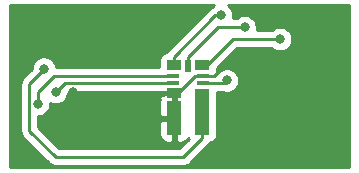
<source format=gtl>
%TF.GenerationSoftware,KiCad,Pcbnew,(5.1.10)-1*%
%TF.CreationDate,2021-11-11T19:08:29-05:00*%
%TF.ProjectId,MPPT Chip,4d505054-2043-4686-9970-2e6b69636164,v01*%
%TF.SameCoordinates,Original*%
%TF.FileFunction,Copper,L1,Top*%
%TF.FilePolarity,Positive*%
%FSLAX46Y46*%
G04 Gerber Fmt 4.6, Leading zero omitted, Abs format (unit mm)*
G04 Created by KiCad (PCBNEW (5.1.10)-1) date 2021-11-11 19:08:29*
%MOMM*%
%LPD*%
G01*
G04 APERTURE LIST*
%TA.AperFunction,SMDPad,CuDef*%
%ADD10R,1.213000X0.962000*%
%TD*%
%TA.AperFunction,SMDPad,CuDef*%
%ADD11R,0.625000X1.038000*%
%TD*%
%TA.AperFunction,SMDPad,CuDef*%
%ADD12R,1.038000X0.325000*%
%TD*%
%TA.AperFunction,SMDPad,CuDef*%
%ADD13R,1.213000X0.825000*%
%TD*%
%TA.AperFunction,SMDPad,CuDef*%
%ADD14R,1.213000X2.862999*%
%TD*%
%TA.AperFunction,SMDPad,CuDef*%
%ADD15R,1.213000X3.963000*%
%TD*%
%TA.AperFunction,ViaPad*%
%ADD16C,0.800000*%
%TD*%
%TA.AperFunction,Conductor*%
%ADD17C,0.250000*%
%TD*%
%TA.AperFunction,Conductor*%
%ADD18C,0.254000*%
%TD*%
%TA.AperFunction,Conductor*%
%ADD19C,0.100000*%
%TD*%
G04 APERTURE END LIST*
D10*
%TO.P,U0,10*%
%TO.N,Net-(J1-Pad10)*%
X74526500Y-95711000D03*
%TO.P,U0,8*%
%TO.N,Net-(J1-Pad8)*%
X76914500Y-95711000D03*
D11*
%TO.P,U0,9*%
%TO.N,Net-(J1-Pad9)*%
X75720500Y-95749000D03*
D12*
%TO.P,U0,1*%
%TO.N,Net-(J1-Pad1)*%
X74439000Y-96629500D03*
%TO.P,U0,2*%
%TO.N,Net-(J1-Pad2)*%
X74439000Y-97229500D03*
%TO.P,U0,7*%
%TO.N,GND*%
X77001000Y-96629500D03*
%TO.P,U0,6*%
%TO.N,Net-(J1-Pad6)*%
X77001000Y-97229500D03*
D13*
%TO.P,U0,3*%
%TO.N,GND*%
X74526500Y-98079500D03*
D14*
%TO.P,U0,4*%
X74526500Y-100198500D03*
D15*
%TO.P,U0,5*%
%TO.N,Net-(J1-Pad5)*%
X76913500Y-99648500D03*
%TD*%
D16*
%TO.N,Net-(J1-Pad1)*%
X63000000Y-99000000D03*
%TO.N,Net-(J1-Pad10)*%
X78500000Y-91500000D03*
%TO.N,Net-(J1-Pad9)*%
X80500000Y-92500000D03*
%TO.N,Net-(J1-Pad2)*%
X64500000Y-98000000D03*
%TO.N,GND*%
X66000000Y-98000000D03*
X72500000Y-99500000D03*
X84500000Y-95000000D03*
%TO.N,Net-(J1-Pad5)*%
X63500000Y-96000000D03*
%TO.N,Net-(J1-Pad8)*%
X83500000Y-93500000D03*
%TO.N,Net-(J1-Pad6)*%
X79000000Y-97000000D03*
%TD*%
D17*
%TO.N,Net-(J1-Pad1)*%
X74439000Y-96629500D02*
X64370500Y-96629500D01*
X63000000Y-98000000D02*
X63000000Y-99000000D01*
X64370500Y-96629500D02*
X63000000Y-98000000D01*
%TO.N,Net-(J1-Pad10)*%
X74526500Y-94980000D02*
X78006500Y-91500000D01*
X74526500Y-95711000D02*
X74526500Y-94980000D01*
X78006500Y-91500000D02*
X78500000Y-91500000D01*
%TO.N,Net-(J1-Pad9)*%
X78200500Y-92500000D02*
X80500000Y-92500000D01*
X75720500Y-94980000D02*
X78200500Y-92500000D01*
X75720500Y-95749000D02*
X75720500Y-94980000D01*
%TO.N,Net-(J1-Pad2)*%
X74439000Y-97229500D02*
X65270500Y-97229500D01*
X65270500Y-97229500D02*
X64500000Y-98000000D01*
%TO.N,GND*%
X66079500Y-98079500D02*
X66000000Y-98000000D01*
X74526500Y-98079500D02*
X66079500Y-98079500D01*
X74526500Y-100198500D02*
X73198500Y-100198500D01*
X73198500Y-100198500D02*
X72500000Y-99500000D01*
X77001000Y-96629500D02*
X77870500Y-96629500D01*
X77870500Y-96629500D02*
X79000000Y-95500000D01*
X79000000Y-95500000D02*
X80000000Y-94500000D01*
X80000000Y-94500000D02*
X82500000Y-94500000D01*
X84000000Y-94500000D02*
X84500000Y-95000000D01*
X82500000Y-94500000D02*
X84000000Y-94500000D01*
X76334498Y-96629500D02*
X77001000Y-96629500D01*
X74884498Y-98079500D02*
X76334498Y-96629500D01*
X74526500Y-98079500D02*
X74884498Y-98079500D01*
X74526500Y-100198500D02*
X74526500Y-98079500D01*
%TO.N,Net-(J1-Pad5)*%
X76913500Y-101880000D02*
X75293500Y-103500000D01*
X76913500Y-99648500D02*
X76913500Y-101880000D01*
X75293500Y-103500000D02*
X64500000Y-103500000D01*
X62274999Y-101274999D02*
X62274999Y-97274999D01*
X64500000Y-103500000D02*
X62274999Y-101274999D01*
X63500000Y-96049998D02*
X63500000Y-96000000D01*
X62274999Y-97274999D02*
X63500000Y-96049998D01*
%TO.N,Net-(J1-Pad8)*%
X76914500Y-95711000D02*
X77289000Y-95711000D01*
X79500000Y-93500000D02*
X83500000Y-93500000D01*
X77289000Y-95711000D02*
X79500000Y-93500000D01*
%TO.N,Net-(J1-Pad6)*%
X78770500Y-97229500D02*
X79000000Y-97000000D01*
X77001000Y-97229500D02*
X78770500Y-97229500D01*
%TD*%
D18*
%TO.N,GND*%
X77840226Y-90696063D02*
X77753845Y-90782444D01*
X77714253Y-90794454D01*
X77582224Y-90865026D01*
X77466499Y-90959999D01*
X77442701Y-90988997D01*
X74015498Y-94416201D01*
X73986500Y-94439999D01*
X73962702Y-94468997D01*
X73962701Y-94468998D01*
X73891526Y-94555724D01*
X73869517Y-94596900D01*
X73795518Y-94604188D01*
X73675820Y-94640498D01*
X73565506Y-94699463D01*
X73468815Y-94778815D01*
X73389463Y-94875506D01*
X73330498Y-94985820D01*
X73294188Y-95105518D01*
X73281928Y-95230000D01*
X73281928Y-95869500D01*
X64529319Y-95869500D01*
X64495226Y-95698102D01*
X64417205Y-95509744D01*
X64303937Y-95340226D01*
X64159774Y-95196063D01*
X63990256Y-95082795D01*
X63801898Y-95004774D01*
X63601939Y-94965000D01*
X63398061Y-94965000D01*
X63198102Y-95004774D01*
X63009744Y-95082795D01*
X62840226Y-95196063D01*
X62696063Y-95340226D01*
X62582795Y-95509744D01*
X62504774Y-95698102D01*
X62465000Y-95898061D01*
X62465000Y-96010196D01*
X61763997Y-96711200D01*
X61734999Y-96734998D01*
X61711201Y-96763996D01*
X61711200Y-96763997D01*
X61640025Y-96850723D01*
X61569453Y-96982753D01*
X61525997Y-97126014D01*
X61511323Y-97274999D01*
X61515000Y-97312331D01*
X61514999Y-101237676D01*
X61511323Y-101274999D01*
X61514999Y-101312321D01*
X61514999Y-101312331D01*
X61525996Y-101423984D01*
X61569453Y-101567245D01*
X61640025Y-101699275D01*
X61666073Y-101731014D01*
X61734998Y-101815000D01*
X61764002Y-101838803D01*
X63936201Y-104011003D01*
X63959999Y-104040001D01*
X63988997Y-104063799D01*
X64075724Y-104134974D01*
X64207753Y-104205546D01*
X64351014Y-104249003D01*
X64500000Y-104263677D01*
X64537333Y-104260000D01*
X75256178Y-104260000D01*
X75293500Y-104263676D01*
X75330822Y-104260000D01*
X75330833Y-104260000D01*
X75442486Y-104249003D01*
X75585747Y-104205546D01*
X75717776Y-104134974D01*
X75833501Y-104040001D01*
X75857304Y-104010997D01*
X77424503Y-102443799D01*
X77453501Y-102420001D01*
X77479832Y-102387917D01*
X77548474Y-102304277D01*
X77570484Y-102263100D01*
X77644482Y-102255812D01*
X77764180Y-102219502D01*
X77874494Y-102160537D01*
X77971185Y-102081185D01*
X78050537Y-101984494D01*
X78109502Y-101874180D01*
X78145812Y-101754482D01*
X78158072Y-101630000D01*
X78158072Y-97989500D01*
X78684278Y-97989500D01*
X78698102Y-97995226D01*
X78898061Y-98035000D01*
X79101939Y-98035000D01*
X79301898Y-97995226D01*
X79490256Y-97917205D01*
X79659774Y-97803937D01*
X79803937Y-97659774D01*
X79917205Y-97490256D01*
X79995226Y-97301898D01*
X80035000Y-97101939D01*
X80035000Y-96898061D01*
X79995226Y-96698102D01*
X79917205Y-96509744D01*
X79803937Y-96340226D01*
X79659774Y-96196063D01*
X79490256Y-96082795D01*
X79301898Y-96004774D01*
X79101939Y-95965000D01*
X78898061Y-95965000D01*
X78698102Y-96004774D01*
X78509744Y-96082795D01*
X78340226Y-96196063D01*
X78196063Y-96340226D01*
X78151792Y-96406483D01*
X78143337Y-96330666D01*
X78142909Y-96329347D01*
X78146812Y-96316482D01*
X78159072Y-96192000D01*
X78159072Y-95915729D01*
X79814802Y-94260000D01*
X82796289Y-94260000D01*
X82840226Y-94303937D01*
X83009744Y-94417205D01*
X83198102Y-94495226D01*
X83398061Y-94535000D01*
X83601939Y-94535000D01*
X83801898Y-94495226D01*
X83990256Y-94417205D01*
X84159774Y-94303937D01*
X84303937Y-94159774D01*
X84417205Y-93990256D01*
X84495226Y-93801898D01*
X84535000Y-93601939D01*
X84535000Y-93398061D01*
X84495226Y-93198102D01*
X84417205Y-93009744D01*
X84303937Y-92840226D01*
X84159774Y-92696063D01*
X83990256Y-92582795D01*
X83801898Y-92504774D01*
X83601939Y-92465000D01*
X83398061Y-92465000D01*
X83198102Y-92504774D01*
X83009744Y-92582795D01*
X82840226Y-92696063D01*
X82796289Y-92740000D01*
X81507538Y-92740000D01*
X81535000Y-92601939D01*
X81535000Y-92398061D01*
X81495226Y-92198102D01*
X81417205Y-92009744D01*
X81303937Y-91840226D01*
X81159774Y-91696063D01*
X80990256Y-91582795D01*
X80801898Y-91504774D01*
X80601939Y-91465000D01*
X80398061Y-91465000D01*
X80198102Y-91504774D01*
X80009744Y-91582795D01*
X79840226Y-91696063D01*
X79796289Y-91740000D01*
X79507538Y-91740000D01*
X79535000Y-91601939D01*
X79535000Y-91398061D01*
X79495226Y-91198102D01*
X79417205Y-91009744D01*
X79303937Y-90840226D01*
X79159774Y-90696063D01*
X79069135Y-90635500D01*
X89364500Y-90635500D01*
X89364501Y-104364500D01*
X60635500Y-104364500D01*
X60635500Y-90635500D01*
X77930865Y-90635500D01*
X77840226Y-90696063D01*
%TA.AperFunction,Conductor*%
D19*
G36*
X77840226Y-90696063D02*
G01*
X77753845Y-90782444D01*
X77714253Y-90794454D01*
X77582224Y-90865026D01*
X77466499Y-90959999D01*
X77442701Y-90988997D01*
X74015498Y-94416201D01*
X73986500Y-94439999D01*
X73962702Y-94468997D01*
X73962701Y-94468998D01*
X73891526Y-94555724D01*
X73869517Y-94596900D01*
X73795518Y-94604188D01*
X73675820Y-94640498D01*
X73565506Y-94699463D01*
X73468815Y-94778815D01*
X73389463Y-94875506D01*
X73330498Y-94985820D01*
X73294188Y-95105518D01*
X73281928Y-95230000D01*
X73281928Y-95869500D01*
X64529319Y-95869500D01*
X64495226Y-95698102D01*
X64417205Y-95509744D01*
X64303937Y-95340226D01*
X64159774Y-95196063D01*
X63990256Y-95082795D01*
X63801898Y-95004774D01*
X63601939Y-94965000D01*
X63398061Y-94965000D01*
X63198102Y-95004774D01*
X63009744Y-95082795D01*
X62840226Y-95196063D01*
X62696063Y-95340226D01*
X62582795Y-95509744D01*
X62504774Y-95698102D01*
X62465000Y-95898061D01*
X62465000Y-96010196D01*
X61763997Y-96711200D01*
X61734999Y-96734998D01*
X61711201Y-96763996D01*
X61711200Y-96763997D01*
X61640025Y-96850723D01*
X61569453Y-96982753D01*
X61525997Y-97126014D01*
X61511323Y-97274999D01*
X61515000Y-97312331D01*
X61514999Y-101237676D01*
X61511323Y-101274999D01*
X61514999Y-101312321D01*
X61514999Y-101312331D01*
X61525996Y-101423984D01*
X61569453Y-101567245D01*
X61640025Y-101699275D01*
X61666073Y-101731014D01*
X61734998Y-101815000D01*
X61764002Y-101838803D01*
X63936201Y-104011003D01*
X63959999Y-104040001D01*
X63988997Y-104063799D01*
X64075724Y-104134974D01*
X64207753Y-104205546D01*
X64351014Y-104249003D01*
X64500000Y-104263677D01*
X64537333Y-104260000D01*
X75256178Y-104260000D01*
X75293500Y-104263676D01*
X75330822Y-104260000D01*
X75330833Y-104260000D01*
X75442486Y-104249003D01*
X75585747Y-104205546D01*
X75717776Y-104134974D01*
X75833501Y-104040001D01*
X75857304Y-104010997D01*
X77424503Y-102443799D01*
X77453501Y-102420001D01*
X77479832Y-102387917D01*
X77548474Y-102304277D01*
X77570484Y-102263100D01*
X77644482Y-102255812D01*
X77764180Y-102219502D01*
X77874494Y-102160537D01*
X77971185Y-102081185D01*
X78050537Y-101984494D01*
X78109502Y-101874180D01*
X78145812Y-101754482D01*
X78158072Y-101630000D01*
X78158072Y-97989500D01*
X78684278Y-97989500D01*
X78698102Y-97995226D01*
X78898061Y-98035000D01*
X79101939Y-98035000D01*
X79301898Y-97995226D01*
X79490256Y-97917205D01*
X79659774Y-97803937D01*
X79803937Y-97659774D01*
X79917205Y-97490256D01*
X79995226Y-97301898D01*
X80035000Y-97101939D01*
X80035000Y-96898061D01*
X79995226Y-96698102D01*
X79917205Y-96509744D01*
X79803937Y-96340226D01*
X79659774Y-96196063D01*
X79490256Y-96082795D01*
X79301898Y-96004774D01*
X79101939Y-95965000D01*
X78898061Y-95965000D01*
X78698102Y-96004774D01*
X78509744Y-96082795D01*
X78340226Y-96196063D01*
X78196063Y-96340226D01*
X78151792Y-96406483D01*
X78143337Y-96330666D01*
X78142909Y-96329347D01*
X78146812Y-96316482D01*
X78159072Y-96192000D01*
X78159072Y-95915729D01*
X79814802Y-94260000D01*
X82796289Y-94260000D01*
X82840226Y-94303937D01*
X83009744Y-94417205D01*
X83198102Y-94495226D01*
X83398061Y-94535000D01*
X83601939Y-94535000D01*
X83801898Y-94495226D01*
X83990256Y-94417205D01*
X84159774Y-94303937D01*
X84303937Y-94159774D01*
X84417205Y-93990256D01*
X84495226Y-93801898D01*
X84535000Y-93601939D01*
X84535000Y-93398061D01*
X84495226Y-93198102D01*
X84417205Y-93009744D01*
X84303937Y-92840226D01*
X84159774Y-92696063D01*
X83990256Y-92582795D01*
X83801898Y-92504774D01*
X83601939Y-92465000D01*
X83398061Y-92465000D01*
X83198102Y-92504774D01*
X83009744Y-92582795D01*
X82840226Y-92696063D01*
X82796289Y-92740000D01*
X81507538Y-92740000D01*
X81535000Y-92601939D01*
X81535000Y-92398061D01*
X81495226Y-92198102D01*
X81417205Y-92009744D01*
X81303937Y-91840226D01*
X81159774Y-91696063D01*
X80990256Y-91582795D01*
X80801898Y-91504774D01*
X80601939Y-91465000D01*
X80398061Y-91465000D01*
X80198102Y-91504774D01*
X80009744Y-91582795D01*
X79840226Y-91696063D01*
X79796289Y-91740000D01*
X79507538Y-91740000D01*
X79535000Y-91601939D01*
X79535000Y-91398061D01*
X79495226Y-91198102D01*
X79417205Y-91009744D01*
X79303937Y-90840226D01*
X79159774Y-90696063D01*
X79069135Y-90635500D01*
X89364500Y-90635500D01*
X89364501Y-104364500D01*
X60635500Y-104364500D01*
X60635500Y-90635500D01*
X77930865Y-90635500D01*
X77840226Y-90696063D01*
G37*
%TD.AperFunction*%
D18*
X73795518Y-98017812D02*
X73920000Y-98030072D01*
X74673500Y-98030072D01*
X74673500Y-98206500D01*
X74653500Y-98206500D01*
X74653500Y-100071500D01*
X74673500Y-100071500D01*
X74673500Y-100325500D01*
X74653500Y-100325500D01*
X74653500Y-102106249D01*
X74812250Y-102264999D01*
X75133000Y-102268071D01*
X75257482Y-102255811D01*
X75377180Y-102219501D01*
X75487494Y-102160536D01*
X75584185Y-102081184D01*
X75663537Y-101984493D01*
X75720000Y-101878860D01*
X75761743Y-101956955D01*
X74978699Y-102740000D01*
X64814802Y-102740000D01*
X63704801Y-101629999D01*
X73281928Y-101629999D01*
X73294188Y-101754481D01*
X73330498Y-101874179D01*
X73389463Y-101984493D01*
X73468815Y-102081184D01*
X73565506Y-102160536D01*
X73675820Y-102219501D01*
X73795518Y-102255811D01*
X73920000Y-102268071D01*
X74240750Y-102264999D01*
X74399500Y-102106249D01*
X74399500Y-100325500D01*
X73443750Y-100325500D01*
X73285000Y-100484250D01*
X73281928Y-101629999D01*
X63704801Y-101629999D01*
X63034999Y-100960198D01*
X63034999Y-100035000D01*
X63101939Y-100035000D01*
X63301898Y-99995226D01*
X63490256Y-99917205D01*
X63659774Y-99803937D01*
X63803937Y-99659774D01*
X63917205Y-99490256D01*
X63995226Y-99301898D01*
X64035000Y-99101939D01*
X64035000Y-98927666D01*
X64198102Y-98995226D01*
X64398061Y-99035000D01*
X64601939Y-99035000D01*
X64801898Y-98995226D01*
X64990256Y-98917205D01*
X65159774Y-98803937D01*
X65303937Y-98659774D01*
X65416039Y-98492000D01*
X73281928Y-98492000D01*
X73294188Y-98616482D01*
X73298137Y-98629501D01*
X73294188Y-98642519D01*
X73281928Y-98767001D01*
X73285000Y-99912750D01*
X73443750Y-100071500D01*
X74399500Y-100071500D01*
X74399500Y-98206500D01*
X74315249Y-98206500D01*
X74240750Y-98132001D01*
X73920000Y-98128929D01*
X73795518Y-98141189D01*
X73675820Y-98177499D01*
X73621564Y-98206500D01*
X73443750Y-98206500D01*
X73285000Y-98365250D01*
X73281928Y-98492000D01*
X65416039Y-98492000D01*
X65417205Y-98490256D01*
X65495226Y-98301898D01*
X65535000Y-98101939D01*
X65535000Y-98039802D01*
X65585302Y-97989500D01*
X73702186Y-97989500D01*
X73795518Y-98017812D01*
%TA.AperFunction,Conductor*%
D19*
G36*
X73795518Y-98017812D02*
G01*
X73920000Y-98030072D01*
X74673500Y-98030072D01*
X74673500Y-98206500D01*
X74653500Y-98206500D01*
X74653500Y-100071500D01*
X74673500Y-100071500D01*
X74673500Y-100325500D01*
X74653500Y-100325500D01*
X74653500Y-102106249D01*
X74812250Y-102264999D01*
X75133000Y-102268071D01*
X75257482Y-102255811D01*
X75377180Y-102219501D01*
X75487494Y-102160536D01*
X75584185Y-102081184D01*
X75663537Y-101984493D01*
X75720000Y-101878860D01*
X75761743Y-101956955D01*
X74978699Y-102740000D01*
X64814802Y-102740000D01*
X63704801Y-101629999D01*
X73281928Y-101629999D01*
X73294188Y-101754481D01*
X73330498Y-101874179D01*
X73389463Y-101984493D01*
X73468815Y-102081184D01*
X73565506Y-102160536D01*
X73675820Y-102219501D01*
X73795518Y-102255811D01*
X73920000Y-102268071D01*
X74240750Y-102264999D01*
X74399500Y-102106249D01*
X74399500Y-100325500D01*
X73443750Y-100325500D01*
X73285000Y-100484250D01*
X73281928Y-101629999D01*
X63704801Y-101629999D01*
X63034999Y-100960198D01*
X63034999Y-100035000D01*
X63101939Y-100035000D01*
X63301898Y-99995226D01*
X63490256Y-99917205D01*
X63659774Y-99803937D01*
X63803937Y-99659774D01*
X63917205Y-99490256D01*
X63995226Y-99301898D01*
X64035000Y-99101939D01*
X64035000Y-98927666D01*
X64198102Y-98995226D01*
X64398061Y-99035000D01*
X64601939Y-99035000D01*
X64801898Y-98995226D01*
X64990256Y-98917205D01*
X65159774Y-98803937D01*
X65303937Y-98659774D01*
X65416039Y-98492000D01*
X73281928Y-98492000D01*
X73294188Y-98616482D01*
X73298137Y-98629501D01*
X73294188Y-98642519D01*
X73281928Y-98767001D01*
X73285000Y-99912750D01*
X73443750Y-100071500D01*
X74399500Y-100071500D01*
X74399500Y-98206500D01*
X74315249Y-98206500D01*
X74240750Y-98132001D01*
X73920000Y-98128929D01*
X73795518Y-98141189D01*
X73675820Y-98177499D01*
X73621564Y-98206500D01*
X73443750Y-98206500D01*
X73285000Y-98365250D01*
X73281928Y-98492000D01*
X65416039Y-98492000D01*
X65417205Y-98490256D01*
X65495226Y-98301898D01*
X65535000Y-98101939D01*
X65535000Y-98039802D01*
X65585302Y-97989500D01*
X73702186Y-97989500D01*
X73795518Y-98017812D01*
G37*
%TD.AperFunction*%
%TD*%
M02*

</source>
